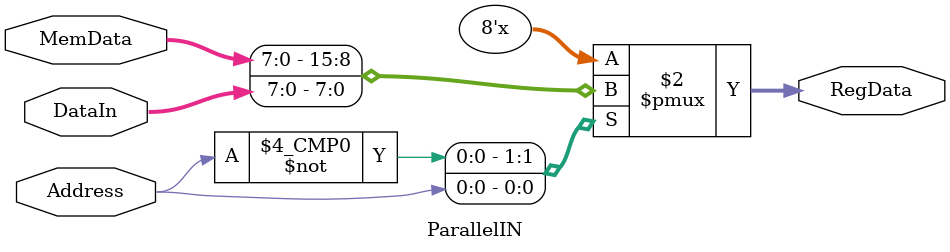
<source format=v>
module ParallelIN(
  input Address,
  input [7:0] MemData, DataIn,
  output reg [7:0] RegData
);

  always @ (Address, MemData, DataIn)
    case (Address)
      1'b0: RegData = MemData;
      1'b1: RegData = DataIn;
      default: RegData = 8'hzz;
    endcase
  
endmodule

</source>
